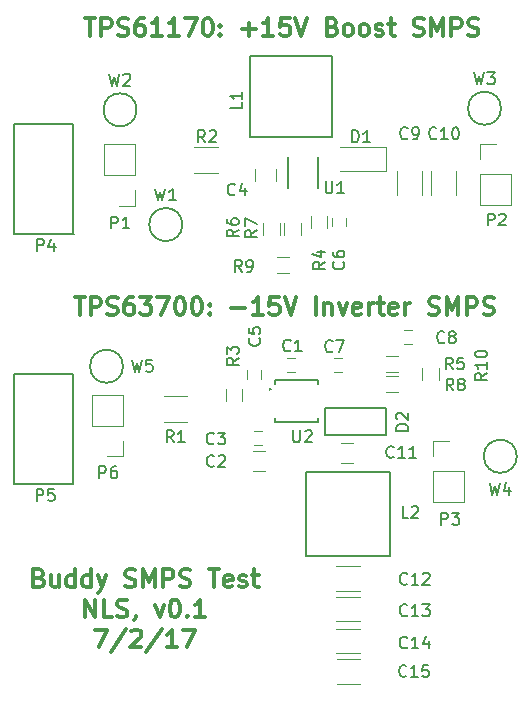
<source format=gbr>
G04 #@! TF.FileFunction,Legend,Top*
%FSLAX46Y46*%
G04 Gerber Fmt 4.6, Leading zero omitted, Abs format (unit mm)*
G04 Created by KiCad (PCBNEW 4.0.4-stable) date 07/27/17 22:09:25*
%MOMM*%
%LPD*%
G01*
G04 APERTURE LIST*
%ADD10C,0.100000*%
%ADD11C,0.300000*%
%ADD12C,0.120000*%
%ADD13C,0.150000*%
%ADD14C,0.152400*%
G04 APERTURE END LIST*
D10*
D11*
X84606929Y-120215357D02*
X84821215Y-120286786D01*
X84892643Y-120358214D01*
X84964072Y-120501071D01*
X84964072Y-120715357D01*
X84892643Y-120858214D01*
X84821215Y-120929643D01*
X84678357Y-121001071D01*
X84106929Y-121001071D01*
X84106929Y-119501071D01*
X84606929Y-119501071D01*
X84749786Y-119572500D01*
X84821215Y-119643929D01*
X84892643Y-119786786D01*
X84892643Y-119929643D01*
X84821215Y-120072500D01*
X84749786Y-120143929D01*
X84606929Y-120215357D01*
X84106929Y-120215357D01*
X86249786Y-120001071D02*
X86249786Y-121001071D01*
X85606929Y-120001071D02*
X85606929Y-120786786D01*
X85678357Y-120929643D01*
X85821215Y-121001071D01*
X86035500Y-121001071D01*
X86178357Y-120929643D01*
X86249786Y-120858214D01*
X87606929Y-121001071D02*
X87606929Y-119501071D01*
X87606929Y-120929643D02*
X87464072Y-121001071D01*
X87178358Y-121001071D01*
X87035500Y-120929643D01*
X86964072Y-120858214D01*
X86892643Y-120715357D01*
X86892643Y-120286786D01*
X86964072Y-120143929D01*
X87035500Y-120072500D01*
X87178358Y-120001071D01*
X87464072Y-120001071D01*
X87606929Y-120072500D01*
X88964072Y-121001071D02*
X88964072Y-119501071D01*
X88964072Y-120929643D02*
X88821215Y-121001071D01*
X88535501Y-121001071D01*
X88392643Y-120929643D01*
X88321215Y-120858214D01*
X88249786Y-120715357D01*
X88249786Y-120286786D01*
X88321215Y-120143929D01*
X88392643Y-120072500D01*
X88535501Y-120001071D01*
X88821215Y-120001071D01*
X88964072Y-120072500D01*
X89535501Y-120001071D02*
X89892644Y-121001071D01*
X90249786Y-120001071D02*
X89892644Y-121001071D01*
X89749786Y-121358214D01*
X89678358Y-121429643D01*
X89535501Y-121501071D01*
X91892643Y-120929643D02*
X92106929Y-121001071D01*
X92464072Y-121001071D01*
X92606929Y-120929643D01*
X92678358Y-120858214D01*
X92749786Y-120715357D01*
X92749786Y-120572500D01*
X92678358Y-120429643D01*
X92606929Y-120358214D01*
X92464072Y-120286786D01*
X92178358Y-120215357D01*
X92035500Y-120143929D01*
X91964072Y-120072500D01*
X91892643Y-119929643D01*
X91892643Y-119786786D01*
X91964072Y-119643929D01*
X92035500Y-119572500D01*
X92178358Y-119501071D01*
X92535500Y-119501071D01*
X92749786Y-119572500D01*
X93392643Y-121001071D02*
X93392643Y-119501071D01*
X93892643Y-120572500D01*
X94392643Y-119501071D01*
X94392643Y-121001071D01*
X95106929Y-121001071D02*
X95106929Y-119501071D01*
X95678357Y-119501071D01*
X95821215Y-119572500D01*
X95892643Y-119643929D01*
X95964072Y-119786786D01*
X95964072Y-120001071D01*
X95892643Y-120143929D01*
X95821215Y-120215357D01*
X95678357Y-120286786D01*
X95106929Y-120286786D01*
X96535500Y-120929643D02*
X96749786Y-121001071D01*
X97106929Y-121001071D01*
X97249786Y-120929643D01*
X97321215Y-120858214D01*
X97392643Y-120715357D01*
X97392643Y-120572500D01*
X97321215Y-120429643D01*
X97249786Y-120358214D01*
X97106929Y-120286786D01*
X96821215Y-120215357D01*
X96678357Y-120143929D01*
X96606929Y-120072500D01*
X96535500Y-119929643D01*
X96535500Y-119786786D01*
X96606929Y-119643929D01*
X96678357Y-119572500D01*
X96821215Y-119501071D01*
X97178357Y-119501071D01*
X97392643Y-119572500D01*
X98964071Y-119501071D02*
X99821214Y-119501071D01*
X99392643Y-121001071D02*
X99392643Y-119501071D01*
X100892642Y-120929643D02*
X100749785Y-121001071D01*
X100464071Y-121001071D01*
X100321214Y-120929643D01*
X100249785Y-120786786D01*
X100249785Y-120215357D01*
X100321214Y-120072500D01*
X100464071Y-120001071D01*
X100749785Y-120001071D01*
X100892642Y-120072500D01*
X100964071Y-120215357D01*
X100964071Y-120358214D01*
X100249785Y-120501071D01*
X101535499Y-120929643D02*
X101678356Y-121001071D01*
X101964071Y-121001071D01*
X102106928Y-120929643D01*
X102178356Y-120786786D01*
X102178356Y-120715357D01*
X102106928Y-120572500D01*
X101964071Y-120501071D01*
X101749785Y-120501071D01*
X101606928Y-120429643D01*
X101535499Y-120286786D01*
X101535499Y-120215357D01*
X101606928Y-120072500D01*
X101749785Y-120001071D01*
X101964071Y-120001071D01*
X102106928Y-120072500D01*
X102606928Y-120001071D02*
X103178357Y-120001071D01*
X102821214Y-119501071D02*
X102821214Y-120786786D01*
X102892642Y-120929643D01*
X103035500Y-121001071D01*
X103178357Y-121001071D01*
X88499786Y-123551071D02*
X88499786Y-122051071D01*
X89356929Y-123551071D01*
X89356929Y-122051071D01*
X90785501Y-123551071D02*
X90071215Y-123551071D01*
X90071215Y-122051071D01*
X91214072Y-123479643D02*
X91428358Y-123551071D01*
X91785501Y-123551071D01*
X91928358Y-123479643D01*
X91999787Y-123408214D01*
X92071215Y-123265357D01*
X92071215Y-123122500D01*
X91999787Y-122979643D01*
X91928358Y-122908214D01*
X91785501Y-122836786D01*
X91499787Y-122765357D01*
X91356929Y-122693929D01*
X91285501Y-122622500D01*
X91214072Y-122479643D01*
X91214072Y-122336786D01*
X91285501Y-122193929D01*
X91356929Y-122122500D01*
X91499787Y-122051071D01*
X91856929Y-122051071D01*
X92071215Y-122122500D01*
X92785500Y-123479643D02*
X92785500Y-123551071D01*
X92714072Y-123693929D01*
X92642643Y-123765357D01*
X94428358Y-122551071D02*
X94785501Y-123551071D01*
X95142643Y-122551071D01*
X95999786Y-122051071D02*
X96142643Y-122051071D01*
X96285500Y-122122500D01*
X96356929Y-122193929D01*
X96428358Y-122336786D01*
X96499786Y-122622500D01*
X96499786Y-122979643D01*
X96428358Y-123265357D01*
X96356929Y-123408214D01*
X96285500Y-123479643D01*
X96142643Y-123551071D01*
X95999786Y-123551071D01*
X95856929Y-123479643D01*
X95785500Y-123408214D01*
X95714072Y-123265357D01*
X95642643Y-122979643D01*
X95642643Y-122622500D01*
X95714072Y-122336786D01*
X95785500Y-122193929D01*
X95856929Y-122122500D01*
X95999786Y-122051071D01*
X97142643Y-123408214D02*
X97214071Y-123479643D01*
X97142643Y-123551071D01*
X97071214Y-123479643D01*
X97142643Y-123408214D01*
X97142643Y-123551071D01*
X98642643Y-123551071D02*
X97785500Y-123551071D01*
X98214072Y-123551071D02*
X98214072Y-122051071D01*
X98071215Y-122265357D01*
X97928357Y-122408214D01*
X97785500Y-122479643D01*
X89321215Y-124601071D02*
X90321215Y-124601071D01*
X89678358Y-126101071D01*
X91964071Y-124529643D02*
X90678357Y-126458214D01*
X92392643Y-124743929D02*
X92464072Y-124672500D01*
X92606929Y-124601071D01*
X92964072Y-124601071D01*
X93106929Y-124672500D01*
X93178358Y-124743929D01*
X93249786Y-124886786D01*
X93249786Y-125029643D01*
X93178358Y-125243929D01*
X92321215Y-126101071D01*
X93249786Y-126101071D01*
X94964071Y-124529643D02*
X93678357Y-126458214D01*
X96249786Y-126101071D02*
X95392643Y-126101071D01*
X95821215Y-126101071D02*
X95821215Y-124601071D01*
X95678358Y-124815357D01*
X95535500Y-124958214D01*
X95392643Y-125029643D01*
X96749786Y-124601071D02*
X97749786Y-124601071D01*
X97106929Y-126101071D01*
X87588574Y-96460571D02*
X88445717Y-96460571D01*
X88017146Y-97960571D02*
X88017146Y-96460571D01*
X88945717Y-97960571D02*
X88945717Y-96460571D01*
X89517145Y-96460571D01*
X89660003Y-96532000D01*
X89731431Y-96603429D01*
X89802860Y-96746286D01*
X89802860Y-96960571D01*
X89731431Y-97103429D01*
X89660003Y-97174857D01*
X89517145Y-97246286D01*
X88945717Y-97246286D01*
X90374288Y-97889143D02*
X90588574Y-97960571D01*
X90945717Y-97960571D01*
X91088574Y-97889143D01*
X91160003Y-97817714D01*
X91231431Y-97674857D01*
X91231431Y-97532000D01*
X91160003Y-97389143D01*
X91088574Y-97317714D01*
X90945717Y-97246286D01*
X90660003Y-97174857D01*
X90517145Y-97103429D01*
X90445717Y-97032000D01*
X90374288Y-96889143D01*
X90374288Y-96746286D01*
X90445717Y-96603429D01*
X90517145Y-96532000D01*
X90660003Y-96460571D01*
X91017145Y-96460571D01*
X91231431Y-96532000D01*
X92517145Y-96460571D02*
X92231431Y-96460571D01*
X92088574Y-96532000D01*
X92017145Y-96603429D01*
X91874288Y-96817714D01*
X91802859Y-97103429D01*
X91802859Y-97674857D01*
X91874288Y-97817714D01*
X91945716Y-97889143D01*
X92088574Y-97960571D01*
X92374288Y-97960571D01*
X92517145Y-97889143D01*
X92588574Y-97817714D01*
X92660002Y-97674857D01*
X92660002Y-97317714D01*
X92588574Y-97174857D01*
X92517145Y-97103429D01*
X92374288Y-97032000D01*
X92088574Y-97032000D01*
X91945716Y-97103429D01*
X91874288Y-97174857D01*
X91802859Y-97317714D01*
X93160002Y-96460571D02*
X94088573Y-96460571D01*
X93588573Y-97032000D01*
X93802859Y-97032000D01*
X93945716Y-97103429D01*
X94017145Y-97174857D01*
X94088573Y-97317714D01*
X94088573Y-97674857D01*
X94017145Y-97817714D01*
X93945716Y-97889143D01*
X93802859Y-97960571D01*
X93374287Y-97960571D01*
X93231430Y-97889143D01*
X93160002Y-97817714D01*
X94588573Y-96460571D02*
X95588573Y-96460571D01*
X94945716Y-97960571D01*
X96445715Y-96460571D02*
X96588572Y-96460571D01*
X96731429Y-96532000D01*
X96802858Y-96603429D01*
X96874287Y-96746286D01*
X96945715Y-97032000D01*
X96945715Y-97389143D01*
X96874287Y-97674857D01*
X96802858Y-97817714D01*
X96731429Y-97889143D01*
X96588572Y-97960571D01*
X96445715Y-97960571D01*
X96302858Y-97889143D01*
X96231429Y-97817714D01*
X96160001Y-97674857D01*
X96088572Y-97389143D01*
X96088572Y-97032000D01*
X96160001Y-96746286D01*
X96231429Y-96603429D01*
X96302858Y-96532000D01*
X96445715Y-96460571D01*
X97874286Y-96460571D02*
X98017143Y-96460571D01*
X98160000Y-96532000D01*
X98231429Y-96603429D01*
X98302858Y-96746286D01*
X98374286Y-97032000D01*
X98374286Y-97389143D01*
X98302858Y-97674857D01*
X98231429Y-97817714D01*
X98160000Y-97889143D01*
X98017143Y-97960571D01*
X97874286Y-97960571D01*
X97731429Y-97889143D01*
X97660000Y-97817714D01*
X97588572Y-97674857D01*
X97517143Y-97389143D01*
X97517143Y-97032000D01*
X97588572Y-96746286D01*
X97660000Y-96603429D01*
X97731429Y-96532000D01*
X97874286Y-96460571D01*
X99017143Y-97817714D02*
X99088571Y-97889143D01*
X99017143Y-97960571D01*
X98945714Y-97889143D01*
X99017143Y-97817714D01*
X99017143Y-97960571D01*
X99017143Y-97032000D02*
X99088571Y-97103429D01*
X99017143Y-97174857D01*
X98945714Y-97103429D01*
X99017143Y-97032000D01*
X99017143Y-97174857D01*
X100874286Y-97389143D02*
X102017143Y-97389143D01*
X103517143Y-97960571D02*
X102660000Y-97960571D01*
X103088572Y-97960571D02*
X103088572Y-96460571D01*
X102945715Y-96674857D01*
X102802857Y-96817714D01*
X102660000Y-96889143D01*
X104874286Y-96460571D02*
X104160000Y-96460571D01*
X104088571Y-97174857D01*
X104160000Y-97103429D01*
X104302857Y-97032000D01*
X104660000Y-97032000D01*
X104802857Y-97103429D01*
X104874286Y-97174857D01*
X104945714Y-97317714D01*
X104945714Y-97674857D01*
X104874286Y-97817714D01*
X104802857Y-97889143D01*
X104660000Y-97960571D01*
X104302857Y-97960571D01*
X104160000Y-97889143D01*
X104088571Y-97817714D01*
X105374285Y-96460571D02*
X105874285Y-97960571D01*
X106374285Y-96460571D01*
X108017142Y-97960571D02*
X108017142Y-96460571D01*
X108731428Y-96960571D02*
X108731428Y-97960571D01*
X108731428Y-97103429D02*
X108802856Y-97032000D01*
X108945714Y-96960571D01*
X109159999Y-96960571D01*
X109302856Y-97032000D01*
X109374285Y-97174857D01*
X109374285Y-97960571D01*
X109945714Y-96960571D02*
X110302857Y-97960571D01*
X110659999Y-96960571D01*
X111802856Y-97889143D02*
X111659999Y-97960571D01*
X111374285Y-97960571D01*
X111231428Y-97889143D01*
X111159999Y-97746286D01*
X111159999Y-97174857D01*
X111231428Y-97032000D01*
X111374285Y-96960571D01*
X111659999Y-96960571D01*
X111802856Y-97032000D01*
X111874285Y-97174857D01*
X111874285Y-97317714D01*
X111159999Y-97460571D01*
X112517142Y-97960571D02*
X112517142Y-96960571D01*
X112517142Y-97246286D02*
X112588570Y-97103429D01*
X112659999Y-97032000D01*
X112802856Y-96960571D01*
X112945713Y-96960571D01*
X113231427Y-96960571D02*
X113802856Y-96960571D01*
X113445713Y-96460571D02*
X113445713Y-97746286D01*
X113517141Y-97889143D01*
X113659999Y-97960571D01*
X113802856Y-97960571D01*
X114874284Y-97889143D02*
X114731427Y-97960571D01*
X114445713Y-97960571D01*
X114302856Y-97889143D01*
X114231427Y-97746286D01*
X114231427Y-97174857D01*
X114302856Y-97032000D01*
X114445713Y-96960571D01*
X114731427Y-96960571D01*
X114874284Y-97032000D01*
X114945713Y-97174857D01*
X114945713Y-97317714D01*
X114231427Y-97460571D01*
X115588570Y-97960571D02*
X115588570Y-96960571D01*
X115588570Y-97246286D02*
X115659998Y-97103429D01*
X115731427Y-97032000D01*
X115874284Y-96960571D01*
X116017141Y-96960571D01*
X117588569Y-97889143D02*
X117802855Y-97960571D01*
X118159998Y-97960571D01*
X118302855Y-97889143D01*
X118374284Y-97817714D01*
X118445712Y-97674857D01*
X118445712Y-97532000D01*
X118374284Y-97389143D01*
X118302855Y-97317714D01*
X118159998Y-97246286D01*
X117874284Y-97174857D01*
X117731426Y-97103429D01*
X117659998Y-97032000D01*
X117588569Y-96889143D01*
X117588569Y-96746286D01*
X117659998Y-96603429D01*
X117731426Y-96532000D01*
X117874284Y-96460571D01*
X118231426Y-96460571D01*
X118445712Y-96532000D01*
X119088569Y-97960571D02*
X119088569Y-96460571D01*
X119588569Y-97532000D01*
X120088569Y-96460571D01*
X120088569Y-97960571D01*
X120802855Y-97960571D02*
X120802855Y-96460571D01*
X121374283Y-96460571D01*
X121517141Y-96532000D01*
X121588569Y-96603429D01*
X121659998Y-96746286D01*
X121659998Y-96960571D01*
X121588569Y-97103429D01*
X121517141Y-97174857D01*
X121374283Y-97246286D01*
X120802855Y-97246286D01*
X122231426Y-97889143D02*
X122445712Y-97960571D01*
X122802855Y-97960571D01*
X122945712Y-97889143D01*
X123017141Y-97817714D01*
X123088569Y-97674857D01*
X123088569Y-97532000D01*
X123017141Y-97389143D01*
X122945712Y-97317714D01*
X122802855Y-97246286D01*
X122517141Y-97174857D01*
X122374283Y-97103429D01*
X122302855Y-97032000D01*
X122231426Y-96889143D01*
X122231426Y-96746286D01*
X122302855Y-96603429D01*
X122374283Y-96532000D01*
X122517141Y-96460571D01*
X122874283Y-96460571D01*
X123088569Y-96532000D01*
X88505216Y-72838571D02*
X89362359Y-72838571D01*
X88933788Y-74338571D02*
X88933788Y-72838571D01*
X89862359Y-74338571D02*
X89862359Y-72838571D01*
X90433787Y-72838571D01*
X90576645Y-72910000D01*
X90648073Y-72981429D01*
X90719502Y-73124286D01*
X90719502Y-73338571D01*
X90648073Y-73481429D01*
X90576645Y-73552857D01*
X90433787Y-73624286D01*
X89862359Y-73624286D01*
X91290930Y-74267143D02*
X91505216Y-74338571D01*
X91862359Y-74338571D01*
X92005216Y-74267143D01*
X92076645Y-74195714D01*
X92148073Y-74052857D01*
X92148073Y-73910000D01*
X92076645Y-73767143D01*
X92005216Y-73695714D01*
X91862359Y-73624286D01*
X91576645Y-73552857D01*
X91433787Y-73481429D01*
X91362359Y-73410000D01*
X91290930Y-73267143D01*
X91290930Y-73124286D01*
X91362359Y-72981429D01*
X91433787Y-72910000D01*
X91576645Y-72838571D01*
X91933787Y-72838571D01*
X92148073Y-72910000D01*
X93433787Y-72838571D02*
X93148073Y-72838571D01*
X93005216Y-72910000D01*
X92933787Y-72981429D01*
X92790930Y-73195714D01*
X92719501Y-73481429D01*
X92719501Y-74052857D01*
X92790930Y-74195714D01*
X92862358Y-74267143D01*
X93005216Y-74338571D01*
X93290930Y-74338571D01*
X93433787Y-74267143D01*
X93505216Y-74195714D01*
X93576644Y-74052857D01*
X93576644Y-73695714D01*
X93505216Y-73552857D01*
X93433787Y-73481429D01*
X93290930Y-73410000D01*
X93005216Y-73410000D01*
X92862358Y-73481429D01*
X92790930Y-73552857D01*
X92719501Y-73695714D01*
X95005215Y-74338571D02*
X94148072Y-74338571D01*
X94576644Y-74338571D02*
X94576644Y-72838571D01*
X94433787Y-73052857D01*
X94290929Y-73195714D01*
X94148072Y-73267143D01*
X96433786Y-74338571D02*
X95576643Y-74338571D01*
X96005215Y-74338571D02*
X96005215Y-72838571D01*
X95862358Y-73052857D01*
X95719500Y-73195714D01*
X95576643Y-73267143D01*
X96933786Y-72838571D02*
X97933786Y-72838571D01*
X97290929Y-74338571D01*
X98790928Y-72838571D02*
X98933785Y-72838571D01*
X99076642Y-72910000D01*
X99148071Y-72981429D01*
X99219500Y-73124286D01*
X99290928Y-73410000D01*
X99290928Y-73767143D01*
X99219500Y-74052857D01*
X99148071Y-74195714D01*
X99076642Y-74267143D01*
X98933785Y-74338571D01*
X98790928Y-74338571D01*
X98648071Y-74267143D01*
X98576642Y-74195714D01*
X98505214Y-74052857D01*
X98433785Y-73767143D01*
X98433785Y-73410000D01*
X98505214Y-73124286D01*
X98576642Y-72981429D01*
X98648071Y-72910000D01*
X98790928Y-72838571D01*
X99933785Y-74195714D02*
X100005213Y-74267143D01*
X99933785Y-74338571D01*
X99862356Y-74267143D01*
X99933785Y-74195714D01*
X99933785Y-74338571D01*
X99933785Y-73410000D02*
X100005213Y-73481429D01*
X99933785Y-73552857D01*
X99862356Y-73481429D01*
X99933785Y-73410000D01*
X99933785Y-73552857D01*
X101790928Y-73767143D02*
X102933785Y-73767143D01*
X102362356Y-74338571D02*
X102362356Y-73195714D01*
X104433785Y-74338571D02*
X103576642Y-74338571D01*
X104005214Y-74338571D02*
X104005214Y-72838571D01*
X103862357Y-73052857D01*
X103719499Y-73195714D01*
X103576642Y-73267143D01*
X105790928Y-72838571D02*
X105076642Y-72838571D01*
X105005213Y-73552857D01*
X105076642Y-73481429D01*
X105219499Y-73410000D01*
X105576642Y-73410000D01*
X105719499Y-73481429D01*
X105790928Y-73552857D01*
X105862356Y-73695714D01*
X105862356Y-74052857D01*
X105790928Y-74195714D01*
X105719499Y-74267143D01*
X105576642Y-74338571D01*
X105219499Y-74338571D01*
X105076642Y-74267143D01*
X105005213Y-74195714D01*
X106290927Y-72838571D02*
X106790927Y-74338571D01*
X107290927Y-72838571D01*
X109433784Y-73552857D02*
X109648070Y-73624286D01*
X109719498Y-73695714D01*
X109790927Y-73838571D01*
X109790927Y-74052857D01*
X109719498Y-74195714D01*
X109648070Y-74267143D01*
X109505212Y-74338571D01*
X108933784Y-74338571D01*
X108933784Y-72838571D01*
X109433784Y-72838571D01*
X109576641Y-72910000D01*
X109648070Y-72981429D01*
X109719498Y-73124286D01*
X109719498Y-73267143D01*
X109648070Y-73410000D01*
X109576641Y-73481429D01*
X109433784Y-73552857D01*
X108933784Y-73552857D01*
X110648070Y-74338571D02*
X110505212Y-74267143D01*
X110433784Y-74195714D01*
X110362355Y-74052857D01*
X110362355Y-73624286D01*
X110433784Y-73481429D01*
X110505212Y-73410000D01*
X110648070Y-73338571D01*
X110862355Y-73338571D01*
X111005212Y-73410000D01*
X111076641Y-73481429D01*
X111148070Y-73624286D01*
X111148070Y-74052857D01*
X111076641Y-74195714D01*
X111005212Y-74267143D01*
X110862355Y-74338571D01*
X110648070Y-74338571D01*
X112005213Y-74338571D02*
X111862355Y-74267143D01*
X111790927Y-74195714D01*
X111719498Y-74052857D01*
X111719498Y-73624286D01*
X111790927Y-73481429D01*
X111862355Y-73410000D01*
X112005213Y-73338571D01*
X112219498Y-73338571D01*
X112362355Y-73410000D01*
X112433784Y-73481429D01*
X112505213Y-73624286D01*
X112505213Y-74052857D01*
X112433784Y-74195714D01*
X112362355Y-74267143D01*
X112219498Y-74338571D01*
X112005213Y-74338571D01*
X113076641Y-74267143D02*
X113219498Y-74338571D01*
X113505213Y-74338571D01*
X113648070Y-74267143D01*
X113719498Y-74124286D01*
X113719498Y-74052857D01*
X113648070Y-73910000D01*
X113505213Y-73838571D01*
X113290927Y-73838571D01*
X113148070Y-73767143D01*
X113076641Y-73624286D01*
X113076641Y-73552857D01*
X113148070Y-73410000D01*
X113290927Y-73338571D01*
X113505213Y-73338571D01*
X113648070Y-73410000D01*
X114148070Y-73338571D02*
X114719499Y-73338571D01*
X114362356Y-72838571D02*
X114362356Y-74124286D01*
X114433784Y-74267143D01*
X114576642Y-74338571D01*
X114719499Y-74338571D01*
X116290927Y-74267143D02*
X116505213Y-74338571D01*
X116862356Y-74338571D01*
X117005213Y-74267143D01*
X117076642Y-74195714D01*
X117148070Y-74052857D01*
X117148070Y-73910000D01*
X117076642Y-73767143D01*
X117005213Y-73695714D01*
X116862356Y-73624286D01*
X116576642Y-73552857D01*
X116433784Y-73481429D01*
X116362356Y-73410000D01*
X116290927Y-73267143D01*
X116290927Y-73124286D01*
X116362356Y-72981429D01*
X116433784Y-72910000D01*
X116576642Y-72838571D01*
X116933784Y-72838571D01*
X117148070Y-72910000D01*
X117790927Y-74338571D02*
X117790927Y-72838571D01*
X118290927Y-73910000D01*
X118790927Y-72838571D01*
X118790927Y-74338571D01*
X119505213Y-74338571D02*
X119505213Y-72838571D01*
X120076641Y-72838571D01*
X120219499Y-72910000D01*
X120290927Y-72981429D01*
X120362356Y-73124286D01*
X120362356Y-73338571D01*
X120290927Y-73481429D01*
X120219499Y-73552857D01*
X120076641Y-73624286D01*
X119505213Y-73624286D01*
X120933784Y-74267143D02*
X121148070Y-74338571D01*
X121505213Y-74338571D01*
X121648070Y-74267143D01*
X121719499Y-74195714D01*
X121790927Y-74052857D01*
X121790927Y-73910000D01*
X121719499Y-73767143D01*
X121648070Y-73695714D01*
X121505213Y-73624286D01*
X121219499Y-73552857D01*
X121076641Y-73481429D01*
X121005213Y-73410000D01*
X120933784Y-73267143D01*
X120933784Y-73124286D01*
X121005213Y-72981429D01*
X121076641Y-72910000D01*
X121219499Y-72838571D01*
X121576641Y-72838571D01*
X121790927Y-72910000D01*
D12*
X105568000Y-101571500D02*
X106268000Y-101571500D01*
X106268000Y-102771500D02*
X105568000Y-102771500D01*
X103687500Y-109449500D02*
X102687500Y-109449500D01*
X102687500Y-111149500D02*
X103687500Y-111149500D01*
X102774000Y-107794500D02*
X103474000Y-107794500D01*
X103474000Y-108994500D02*
X102774000Y-108994500D01*
X104609000Y-86586000D02*
X104609000Y-85586000D01*
X102909000Y-85586000D02*
X102909000Y-86586000D01*
X102206500Y-103347000D02*
X102206500Y-102647000D01*
X103406500Y-102647000D02*
X103406500Y-103347000D01*
X109382000Y-90456500D02*
X109382000Y-89756500D01*
X110582000Y-89756500D02*
X110582000Y-90456500D01*
X110268500Y-102771500D02*
X109568500Y-102771500D01*
X109568500Y-101571500D02*
X110268500Y-101571500D01*
X115474000Y-99222000D02*
X116174000Y-99222000D01*
X116174000Y-100422000D02*
X115474000Y-100422000D01*
X114881000Y-87804500D02*
X114881000Y-85804500D01*
X117021000Y-85804500D02*
X117021000Y-87804500D01*
X117738500Y-87804500D02*
X117738500Y-85804500D01*
X119878500Y-85804500D02*
X119878500Y-87804500D01*
X110180500Y-110451000D02*
X111180500Y-110451000D01*
X111180500Y-108751000D02*
X110180500Y-108751000D01*
X109744000Y-121289000D02*
X111744000Y-121289000D01*
X111744000Y-119249000D02*
X109744000Y-119249000D01*
X109744000Y-123892500D02*
X111744000Y-123892500D01*
X111744000Y-121852500D02*
X109744000Y-121852500D01*
X109744000Y-126559500D02*
X111744000Y-126559500D01*
X111744000Y-124519500D02*
X109744000Y-124519500D01*
X109775500Y-129163000D02*
X111775500Y-129163000D01*
X111775500Y-127123000D02*
X109775500Y-127123000D01*
X113946500Y-85772500D02*
X113946500Y-83772500D01*
X113946500Y-83772500D02*
X110046500Y-83772500D01*
X113946500Y-85772500D02*
X110046500Y-85772500D01*
D13*
X102409100Y-76009500D02*
X109368700Y-76009500D01*
X102409100Y-82918300D02*
X102409100Y-76009500D01*
X109394100Y-82918300D02*
X102409100Y-82918300D01*
X109394100Y-76038500D02*
X109394100Y-82918300D01*
X107188000Y-118338600D02*
X107188000Y-111226600D01*
X114325400Y-118338600D02*
X107188000Y-118338600D01*
X114325400Y-111226600D02*
X114325400Y-118338600D01*
X107211200Y-111226600D02*
X114325400Y-111226600D01*
D12*
X100412000Y-105211500D02*
X100412000Y-104211500D01*
X101772000Y-104211500D02*
X101772000Y-105211500D01*
X107587500Y-90606500D02*
X107587500Y-89606500D01*
X108947500Y-89606500D02*
X108947500Y-90606500D01*
X113990500Y-101428000D02*
X114990500Y-101428000D01*
X114990500Y-102788000D02*
X113990500Y-102788000D01*
X103587000Y-91178000D02*
X103587000Y-90178000D01*
X104947000Y-90178000D02*
X104947000Y-91178000D01*
X106725000Y-90178000D02*
X106725000Y-91178000D01*
X105365000Y-91178000D02*
X105365000Y-90178000D01*
X114990500Y-104502500D02*
X113990500Y-104502500D01*
X113990500Y-103142500D02*
X114990500Y-103142500D01*
X104719500Y-93046000D02*
X105719500Y-93046000D01*
X105719500Y-94406000D02*
X104719500Y-94406000D01*
X118409000Y-102433500D02*
X118409000Y-103433500D01*
X117049000Y-103433500D02*
X117049000Y-102433500D01*
D13*
X108788200Y-108077000D02*
X108788200Y-105791000D01*
X113919000Y-108077000D02*
X108788200Y-108077000D01*
X113919000Y-105791000D02*
X113919000Y-108077000D01*
X108813600Y-105791000D02*
X113919000Y-105791000D01*
X96713500Y-90297000D02*
G75*
G03X96713500Y-90297000I-1400000J0D01*
G01*
X92840000Y-80581500D02*
G75*
G03X92840000Y-80581500I-1400000J0D01*
G01*
X123701000Y-80454500D02*
G75*
G03X123701000Y-80454500I-1400000J0D01*
G01*
X125034500Y-109918500D02*
G75*
G03X125034500Y-109918500I-1400000J0D01*
G01*
D12*
X95139000Y-104848000D02*
X97139000Y-104848000D01*
X97139000Y-106988000D02*
X95139000Y-106988000D01*
X97742500Y-83766000D02*
X99742500Y-83766000D01*
X99742500Y-85906000D02*
X97742500Y-85906000D01*
X92706500Y-86106000D02*
X92706500Y-83506000D01*
X92706500Y-83506000D02*
X90046500Y-83506000D01*
X90046500Y-83506000D02*
X90046500Y-86106000D01*
X90046500Y-86106000D02*
X92706500Y-86106000D01*
X92706500Y-87376000D02*
X92706500Y-88706000D01*
X92706500Y-88706000D02*
X91376500Y-88706000D01*
X121923500Y-86042500D02*
X121923500Y-88642500D01*
X121923500Y-88642500D02*
X124583500Y-88642500D01*
X124583500Y-88642500D02*
X124583500Y-86042500D01*
X124583500Y-86042500D02*
X121923500Y-86042500D01*
X121923500Y-84772500D02*
X121923500Y-83442500D01*
X121923500Y-83442500D02*
X123253500Y-83442500D01*
X117923000Y-111188500D02*
X117923000Y-113788500D01*
X117923000Y-113788500D02*
X120583000Y-113788500D01*
X120583000Y-113788500D02*
X120583000Y-111188500D01*
X120583000Y-111188500D02*
X117923000Y-111188500D01*
X117923000Y-109918500D02*
X117923000Y-108588500D01*
X117923000Y-108588500D02*
X119253000Y-108588500D01*
D13*
X87499000Y-81800700D02*
X87499000Y-91109800D01*
X87079900Y-81813400D02*
X87473600Y-81813400D01*
X87511700Y-91135200D02*
X82457100Y-91135200D01*
X82457100Y-91135200D02*
X82457100Y-81889600D01*
X82482500Y-81813400D02*
X87181500Y-81813400D01*
X87464900Y-102946200D02*
X87464900Y-112255300D01*
X87045800Y-102958900D02*
X87439500Y-102958900D01*
X87477600Y-112280700D02*
X82423000Y-112280700D01*
X82423000Y-112280700D02*
X82423000Y-103035100D01*
X82448400Y-102958900D02*
X87147400Y-102958900D01*
D12*
X91690500Y-107315000D02*
X91690500Y-104715000D01*
X91690500Y-104715000D02*
X89030500Y-104715000D01*
X89030500Y-104715000D02*
X89030500Y-107315000D01*
X89030500Y-107315000D02*
X91690500Y-107315000D01*
X91690500Y-108585000D02*
X91690500Y-109915000D01*
X91690500Y-109915000D02*
X90360500Y-109915000D01*
D13*
X91697000Y-102298500D02*
G75*
G03X91697000Y-102298500I-1400000J0D01*
G01*
D14*
X108242100Y-87189600D02*
X108242100Y-84573400D01*
X105625900Y-84573400D02*
X105625900Y-87189600D01*
X104573002Y-107036199D02*
X108181000Y-107036199D01*
X108181000Y-107036199D02*
X108181000Y-106704941D01*
X108181000Y-103428201D02*
X104573002Y-103428201D01*
X104573002Y-103428201D02*
X104573002Y-103759459D01*
X104573002Y-106704941D02*
X104573002Y-107036199D01*
X108181000Y-103759459D02*
X108181000Y-103428201D01*
X104088857Y-104299065D02*
G75*
G03X104125401Y-104156000I36544J66865D01*
G01*
D13*
X105878334Y-100941143D02*
X105830715Y-100988762D01*
X105687858Y-101036381D01*
X105592620Y-101036381D01*
X105449762Y-100988762D01*
X105354524Y-100893524D01*
X105306905Y-100798286D01*
X105259286Y-100607810D01*
X105259286Y-100464952D01*
X105306905Y-100274476D01*
X105354524Y-100179238D01*
X105449762Y-100084000D01*
X105592620Y-100036381D01*
X105687858Y-100036381D01*
X105830715Y-100084000D01*
X105878334Y-100131619D01*
X106830715Y-101036381D02*
X106259286Y-101036381D01*
X106545000Y-101036381D02*
X106545000Y-100036381D01*
X106449762Y-100179238D01*
X106354524Y-100274476D01*
X106259286Y-100322095D01*
X99401334Y-110720143D02*
X99353715Y-110767762D01*
X99210858Y-110815381D01*
X99115620Y-110815381D01*
X98972762Y-110767762D01*
X98877524Y-110672524D01*
X98829905Y-110577286D01*
X98782286Y-110386810D01*
X98782286Y-110243952D01*
X98829905Y-110053476D01*
X98877524Y-109958238D01*
X98972762Y-109863000D01*
X99115620Y-109815381D01*
X99210858Y-109815381D01*
X99353715Y-109863000D01*
X99401334Y-109910619D01*
X99782286Y-109910619D02*
X99829905Y-109863000D01*
X99925143Y-109815381D01*
X100163239Y-109815381D01*
X100258477Y-109863000D01*
X100306096Y-109910619D01*
X100353715Y-110005857D01*
X100353715Y-110101095D01*
X100306096Y-110243952D01*
X99734667Y-110815381D01*
X100353715Y-110815381D01*
X99401334Y-108815143D02*
X99353715Y-108862762D01*
X99210858Y-108910381D01*
X99115620Y-108910381D01*
X98972762Y-108862762D01*
X98877524Y-108767524D01*
X98829905Y-108672286D01*
X98782286Y-108481810D01*
X98782286Y-108338952D01*
X98829905Y-108148476D01*
X98877524Y-108053238D01*
X98972762Y-107958000D01*
X99115620Y-107910381D01*
X99210858Y-107910381D01*
X99353715Y-107958000D01*
X99401334Y-108005619D01*
X99734667Y-107910381D02*
X100353715Y-107910381D01*
X100020381Y-108291333D01*
X100163239Y-108291333D01*
X100258477Y-108338952D01*
X100306096Y-108386571D01*
X100353715Y-108481810D01*
X100353715Y-108719905D01*
X100306096Y-108815143D01*
X100258477Y-108862762D01*
X100163239Y-108910381D01*
X99877524Y-108910381D01*
X99782286Y-108862762D01*
X99734667Y-108815143D01*
X101179334Y-87733143D02*
X101131715Y-87780762D01*
X100988858Y-87828381D01*
X100893620Y-87828381D01*
X100750762Y-87780762D01*
X100655524Y-87685524D01*
X100607905Y-87590286D01*
X100560286Y-87399810D01*
X100560286Y-87256952D01*
X100607905Y-87066476D01*
X100655524Y-86971238D01*
X100750762Y-86876000D01*
X100893620Y-86828381D01*
X100988858Y-86828381D01*
X101131715Y-86876000D01*
X101179334Y-86923619D01*
X102036477Y-87161714D02*
X102036477Y-87828381D01*
X101798381Y-86780762D02*
X101560286Y-87495048D01*
X102179334Y-87495048D01*
X103227143Y-99922666D02*
X103274762Y-99970285D01*
X103322381Y-100113142D01*
X103322381Y-100208380D01*
X103274762Y-100351238D01*
X103179524Y-100446476D01*
X103084286Y-100494095D01*
X102893810Y-100541714D01*
X102750952Y-100541714D01*
X102560476Y-100494095D01*
X102465238Y-100446476D01*
X102370000Y-100351238D01*
X102322381Y-100208380D01*
X102322381Y-100113142D01*
X102370000Y-99970285D01*
X102417619Y-99922666D01*
X102322381Y-99017904D02*
X102322381Y-99494095D01*
X102798571Y-99541714D01*
X102750952Y-99494095D01*
X102703333Y-99398857D01*
X102703333Y-99160761D01*
X102750952Y-99065523D01*
X102798571Y-99017904D01*
X102893810Y-98970285D01*
X103131905Y-98970285D01*
X103227143Y-99017904D01*
X103274762Y-99065523D01*
X103322381Y-99160761D01*
X103322381Y-99398857D01*
X103274762Y-99494095D01*
X103227143Y-99541714D01*
X110339143Y-93448166D02*
X110386762Y-93495785D01*
X110434381Y-93638642D01*
X110434381Y-93733880D01*
X110386762Y-93876738D01*
X110291524Y-93971976D01*
X110196286Y-94019595D01*
X110005810Y-94067214D01*
X109862952Y-94067214D01*
X109672476Y-94019595D01*
X109577238Y-93971976D01*
X109482000Y-93876738D01*
X109434381Y-93733880D01*
X109434381Y-93638642D01*
X109482000Y-93495785D01*
X109529619Y-93448166D01*
X109434381Y-92591023D02*
X109434381Y-92781500D01*
X109482000Y-92876738D01*
X109529619Y-92924357D01*
X109672476Y-93019595D01*
X109862952Y-93067214D01*
X110243905Y-93067214D01*
X110339143Y-93019595D01*
X110386762Y-92971976D01*
X110434381Y-92876738D01*
X110434381Y-92686261D01*
X110386762Y-92591023D01*
X110339143Y-92543404D01*
X110243905Y-92495785D01*
X110005810Y-92495785D01*
X109910571Y-92543404D01*
X109862952Y-92591023D01*
X109815333Y-92686261D01*
X109815333Y-92876738D01*
X109862952Y-92971976D01*
X109910571Y-93019595D01*
X110005810Y-93067214D01*
X109434334Y-101004643D02*
X109386715Y-101052262D01*
X109243858Y-101099881D01*
X109148620Y-101099881D01*
X109005762Y-101052262D01*
X108910524Y-100957024D01*
X108862905Y-100861786D01*
X108815286Y-100671310D01*
X108815286Y-100528452D01*
X108862905Y-100337976D01*
X108910524Y-100242738D01*
X109005762Y-100147500D01*
X109148620Y-100099881D01*
X109243858Y-100099881D01*
X109386715Y-100147500D01*
X109434334Y-100195119D01*
X109767667Y-100099881D02*
X110434334Y-100099881D01*
X110005762Y-101099881D01*
X118895834Y-100242643D02*
X118848215Y-100290262D01*
X118705358Y-100337881D01*
X118610120Y-100337881D01*
X118467262Y-100290262D01*
X118372024Y-100195024D01*
X118324405Y-100099786D01*
X118276786Y-99909310D01*
X118276786Y-99766452D01*
X118324405Y-99575976D01*
X118372024Y-99480738D01*
X118467262Y-99385500D01*
X118610120Y-99337881D01*
X118705358Y-99337881D01*
X118848215Y-99385500D01*
X118895834Y-99433119D01*
X119467262Y-99766452D02*
X119372024Y-99718833D01*
X119324405Y-99671214D01*
X119276786Y-99575976D01*
X119276786Y-99528357D01*
X119324405Y-99433119D01*
X119372024Y-99385500D01*
X119467262Y-99337881D01*
X119657739Y-99337881D01*
X119752977Y-99385500D01*
X119800596Y-99433119D01*
X119848215Y-99528357D01*
X119848215Y-99575976D01*
X119800596Y-99671214D01*
X119752977Y-99718833D01*
X119657739Y-99766452D01*
X119467262Y-99766452D01*
X119372024Y-99814071D01*
X119324405Y-99861690D01*
X119276786Y-99956929D01*
X119276786Y-100147405D01*
X119324405Y-100242643D01*
X119372024Y-100290262D01*
X119467262Y-100337881D01*
X119657739Y-100337881D01*
X119752977Y-100290262D01*
X119800596Y-100242643D01*
X119848215Y-100147405D01*
X119848215Y-99956929D01*
X119800596Y-99861690D01*
X119752977Y-99814071D01*
X119657739Y-99766452D01*
X115784334Y-82970643D02*
X115736715Y-83018262D01*
X115593858Y-83065881D01*
X115498620Y-83065881D01*
X115355762Y-83018262D01*
X115260524Y-82923024D01*
X115212905Y-82827786D01*
X115165286Y-82637310D01*
X115165286Y-82494452D01*
X115212905Y-82303976D01*
X115260524Y-82208738D01*
X115355762Y-82113500D01*
X115498620Y-82065881D01*
X115593858Y-82065881D01*
X115736715Y-82113500D01*
X115784334Y-82161119D01*
X116260524Y-83065881D02*
X116451000Y-83065881D01*
X116546239Y-83018262D01*
X116593858Y-82970643D01*
X116689096Y-82827786D01*
X116736715Y-82637310D01*
X116736715Y-82256357D01*
X116689096Y-82161119D01*
X116641477Y-82113500D01*
X116546239Y-82065881D01*
X116355762Y-82065881D01*
X116260524Y-82113500D01*
X116212905Y-82161119D01*
X116165286Y-82256357D01*
X116165286Y-82494452D01*
X116212905Y-82589690D01*
X116260524Y-82637310D01*
X116355762Y-82684929D01*
X116546239Y-82684929D01*
X116641477Y-82637310D01*
X116689096Y-82589690D01*
X116736715Y-82494452D01*
X118229143Y-82970643D02*
X118181524Y-83018262D01*
X118038667Y-83065881D01*
X117943429Y-83065881D01*
X117800571Y-83018262D01*
X117705333Y-82923024D01*
X117657714Y-82827786D01*
X117610095Y-82637310D01*
X117610095Y-82494452D01*
X117657714Y-82303976D01*
X117705333Y-82208738D01*
X117800571Y-82113500D01*
X117943429Y-82065881D01*
X118038667Y-82065881D01*
X118181524Y-82113500D01*
X118229143Y-82161119D01*
X119181524Y-83065881D02*
X118610095Y-83065881D01*
X118895809Y-83065881D02*
X118895809Y-82065881D01*
X118800571Y-82208738D01*
X118705333Y-82303976D01*
X118610095Y-82351595D01*
X119800571Y-82065881D02*
X119895810Y-82065881D01*
X119991048Y-82113500D01*
X120038667Y-82161119D01*
X120086286Y-82256357D01*
X120133905Y-82446833D01*
X120133905Y-82684929D01*
X120086286Y-82875405D01*
X120038667Y-82970643D01*
X119991048Y-83018262D01*
X119895810Y-83065881D01*
X119800571Y-83065881D01*
X119705333Y-83018262D01*
X119657714Y-82970643D01*
X119610095Y-82875405D01*
X119562476Y-82684929D01*
X119562476Y-82446833D01*
X119610095Y-82256357D01*
X119657714Y-82161119D01*
X119705333Y-82113500D01*
X119800571Y-82065881D01*
X114609643Y-109958143D02*
X114562024Y-110005762D01*
X114419167Y-110053381D01*
X114323929Y-110053381D01*
X114181071Y-110005762D01*
X114085833Y-109910524D01*
X114038214Y-109815286D01*
X113990595Y-109624810D01*
X113990595Y-109481952D01*
X114038214Y-109291476D01*
X114085833Y-109196238D01*
X114181071Y-109101000D01*
X114323929Y-109053381D01*
X114419167Y-109053381D01*
X114562024Y-109101000D01*
X114609643Y-109148619D01*
X115562024Y-110053381D02*
X114990595Y-110053381D01*
X115276309Y-110053381D02*
X115276309Y-109053381D01*
X115181071Y-109196238D01*
X115085833Y-109291476D01*
X114990595Y-109339095D01*
X116514405Y-110053381D02*
X115942976Y-110053381D01*
X116228690Y-110053381D02*
X116228690Y-109053381D01*
X116133452Y-109196238D01*
X116038214Y-109291476D01*
X115942976Y-109339095D01*
X115752643Y-120689643D02*
X115705024Y-120737262D01*
X115562167Y-120784881D01*
X115466929Y-120784881D01*
X115324071Y-120737262D01*
X115228833Y-120642024D01*
X115181214Y-120546786D01*
X115133595Y-120356310D01*
X115133595Y-120213452D01*
X115181214Y-120022976D01*
X115228833Y-119927738D01*
X115324071Y-119832500D01*
X115466929Y-119784881D01*
X115562167Y-119784881D01*
X115705024Y-119832500D01*
X115752643Y-119880119D01*
X116705024Y-120784881D02*
X116133595Y-120784881D01*
X116419309Y-120784881D02*
X116419309Y-119784881D01*
X116324071Y-119927738D01*
X116228833Y-120022976D01*
X116133595Y-120070595D01*
X117085976Y-119880119D02*
X117133595Y-119832500D01*
X117228833Y-119784881D01*
X117466929Y-119784881D01*
X117562167Y-119832500D01*
X117609786Y-119880119D01*
X117657405Y-119975357D01*
X117657405Y-120070595D01*
X117609786Y-120213452D01*
X117038357Y-120784881D01*
X117657405Y-120784881D01*
X115752643Y-123356643D02*
X115705024Y-123404262D01*
X115562167Y-123451881D01*
X115466929Y-123451881D01*
X115324071Y-123404262D01*
X115228833Y-123309024D01*
X115181214Y-123213786D01*
X115133595Y-123023310D01*
X115133595Y-122880452D01*
X115181214Y-122689976D01*
X115228833Y-122594738D01*
X115324071Y-122499500D01*
X115466929Y-122451881D01*
X115562167Y-122451881D01*
X115705024Y-122499500D01*
X115752643Y-122547119D01*
X116705024Y-123451881D02*
X116133595Y-123451881D01*
X116419309Y-123451881D02*
X116419309Y-122451881D01*
X116324071Y-122594738D01*
X116228833Y-122689976D01*
X116133595Y-122737595D01*
X117038357Y-122451881D02*
X117657405Y-122451881D01*
X117324071Y-122832833D01*
X117466929Y-122832833D01*
X117562167Y-122880452D01*
X117609786Y-122928071D01*
X117657405Y-123023310D01*
X117657405Y-123261405D01*
X117609786Y-123356643D01*
X117562167Y-123404262D01*
X117466929Y-123451881D01*
X117181214Y-123451881D01*
X117085976Y-123404262D01*
X117038357Y-123356643D01*
X115752643Y-126087143D02*
X115705024Y-126134762D01*
X115562167Y-126182381D01*
X115466929Y-126182381D01*
X115324071Y-126134762D01*
X115228833Y-126039524D01*
X115181214Y-125944286D01*
X115133595Y-125753810D01*
X115133595Y-125610952D01*
X115181214Y-125420476D01*
X115228833Y-125325238D01*
X115324071Y-125230000D01*
X115466929Y-125182381D01*
X115562167Y-125182381D01*
X115705024Y-125230000D01*
X115752643Y-125277619D01*
X116705024Y-126182381D02*
X116133595Y-126182381D01*
X116419309Y-126182381D02*
X116419309Y-125182381D01*
X116324071Y-125325238D01*
X116228833Y-125420476D01*
X116133595Y-125468095D01*
X117562167Y-125515714D02*
X117562167Y-126182381D01*
X117324071Y-125134762D02*
X117085976Y-125849048D01*
X117705024Y-125849048D01*
X115689143Y-128500143D02*
X115641524Y-128547762D01*
X115498667Y-128595381D01*
X115403429Y-128595381D01*
X115260571Y-128547762D01*
X115165333Y-128452524D01*
X115117714Y-128357286D01*
X115070095Y-128166810D01*
X115070095Y-128023952D01*
X115117714Y-127833476D01*
X115165333Y-127738238D01*
X115260571Y-127643000D01*
X115403429Y-127595381D01*
X115498667Y-127595381D01*
X115641524Y-127643000D01*
X115689143Y-127690619D01*
X116641524Y-128595381D02*
X116070095Y-128595381D01*
X116355809Y-128595381D02*
X116355809Y-127595381D01*
X116260571Y-127738238D01*
X116165333Y-127833476D01*
X116070095Y-127881095D01*
X117546286Y-127595381D02*
X117070095Y-127595381D01*
X117022476Y-128071571D01*
X117070095Y-128023952D01*
X117165333Y-127976333D01*
X117403429Y-127976333D01*
X117498667Y-128023952D01*
X117546286Y-128071571D01*
X117593905Y-128166810D01*
X117593905Y-128404905D01*
X117546286Y-128500143D01*
X117498667Y-128547762D01*
X117403429Y-128595381D01*
X117165333Y-128595381D01*
X117070095Y-128547762D01*
X117022476Y-128500143D01*
X111085405Y-83319881D02*
X111085405Y-82319881D01*
X111323500Y-82319881D01*
X111466358Y-82367500D01*
X111561596Y-82462738D01*
X111609215Y-82557976D01*
X111656834Y-82748452D01*
X111656834Y-82891310D01*
X111609215Y-83081786D01*
X111561596Y-83177024D01*
X111466358Y-83272262D01*
X111323500Y-83319881D01*
X111085405Y-83319881D01*
X112609215Y-83319881D02*
X112037786Y-83319881D01*
X112323500Y-83319881D02*
X112323500Y-82319881D01*
X112228262Y-82462738D01*
X112133024Y-82557976D01*
X112037786Y-82605595D01*
X101769281Y-79960766D02*
X101769281Y-80436957D01*
X100769281Y-80436957D01*
X101769281Y-79103623D02*
X101769281Y-79675052D01*
X101769281Y-79389338D02*
X100769281Y-79389338D01*
X100912138Y-79484576D01*
X101007376Y-79579814D01*
X101054995Y-79675052D01*
X115847834Y-115133381D02*
X115371643Y-115133381D01*
X115371643Y-114133381D01*
X116133548Y-114228619D02*
X116181167Y-114181000D01*
X116276405Y-114133381D01*
X116514501Y-114133381D01*
X116609739Y-114181000D01*
X116657358Y-114228619D01*
X116704977Y-114323857D01*
X116704977Y-114419095D01*
X116657358Y-114561952D01*
X116085929Y-115133381D01*
X116704977Y-115133381D01*
X101480881Y-101576166D02*
X101004690Y-101909500D01*
X101480881Y-102147595D02*
X100480881Y-102147595D01*
X100480881Y-101766642D01*
X100528500Y-101671404D01*
X100576119Y-101623785D01*
X100671357Y-101576166D01*
X100814214Y-101576166D01*
X100909452Y-101623785D01*
X100957071Y-101671404D01*
X101004690Y-101766642D01*
X101004690Y-102147595D01*
X100480881Y-101242833D02*
X100480881Y-100623785D01*
X100861833Y-100957119D01*
X100861833Y-100814261D01*
X100909452Y-100719023D01*
X100957071Y-100671404D01*
X101052310Y-100623785D01*
X101290405Y-100623785D01*
X101385643Y-100671404D01*
X101433262Y-100719023D01*
X101480881Y-100814261D01*
X101480881Y-101099976D01*
X101433262Y-101195214D01*
X101385643Y-101242833D01*
X108783381Y-93448166D02*
X108307190Y-93781500D01*
X108783381Y-94019595D02*
X107783381Y-94019595D01*
X107783381Y-93638642D01*
X107831000Y-93543404D01*
X107878619Y-93495785D01*
X107973857Y-93448166D01*
X108116714Y-93448166D01*
X108211952Y-93495785D01*
X108259571Y-93543404D01*
X108307190Y-93638642D01*
X108307190Y-94019595D01*
X108116714Y-92591023D02*
X108783381Y-92591023D01*
X107735762Y-92829119D02*
X108450048Y-93067214D01*
X108450048Y-92448166D01*
X119594334Y-102560381D02*
X119261000Y-102084190D01*
X119022905Y-102560381D02*
X119022905Y-101560381D01*
X119403858Y-101560381D01*
X119499096Y-101608000D01*
X119546715Y-101655619D01*
X119594334Y-101750857D01*
X119594334Y-101893714D01*
X119546715Y-101988952D01*
X119499096Y-102036571D01*
X119403858Y-102084190D01*
X119022905Y-102084190D01*
X120499096Y-101560381D02*
X120022905Y-101560381D01*
X119975286Y-102036571D01*
X120022905Y-101988952D01*
X120118143Y-101941333D01*
X120356239Y-101941333D01*
X120451477Y-101988952D01*
X120499096Y-102036571D01*
X120546715Y-102131810D01*
X120546715Y-102369905D01*
X120499096Y-102465143D01*
X120451477Y-102512762D01*
X120356239Y-102560381D01*
X120118143Y-102560381D01*
X120022905Y-102512762D01*
X119975286Y-102465143D01*
X101480881Y-90717666D02*
X101004690Y-91051000D01*
X101480881Y-91289095D02*
X100480881Y-91289095D01*
X100480881Y-90908142D01*
X100528500Y-90812904D01*
X100576119Y-90765285D01*
X100671357Y-90717666D01*
X100814214Y-90717666D01*
X100909452Y-90765285D01*
X100957071Y-90812904D01*
X101004690Y-90908142D01*
X101004690Y-91289095D01*
X100480881Y-89860523D02*
X100480881Y-90051000D01*
X100528500Y-90146238D01*
X100576119Y-90193857D01*
X100718976Y-90289095D01*
X100909452Y-90336714D01*
X101290405Y-90336714D01*
X101385643Y-90289095D01*
X101433262Y-90241476D01*
X101480881Y-90146238D01*
X101480881Y-89955761D01*
X101433262Y-89860523D01*
X101385643Y-89812904D01*
X101290405Y-89765285D01*
X101052310Y-89765285D01*
X100957071Y-89812904D01*
X100909452Y-89860523D01*
X100861833Y-89955761D01*
X100861833Y-90146238D01*
X100909452Y-90241476D01*
X100957071Y-90289095D01*
X101052310Y-90336714D01*
X103004881Y-90781166D02*
X102528690Y-91114500D01*
X103004881Y-91352595D02*
X102004881Y-91352595D01*
X102004881Y-90971642D01*
X102052500Y-90876404D01*
X102100119Y-90828785D01*
X102195357Y-90781166D01*
X102338214Y-90781166D01*
X102433452Y-90828785D01*
X102481071Y-90876404D01*
X102528690Y-90971642D01*
X102528690Y-91352595D01*
X102004881Y-90447833D02*
X102004881Y-89781166D01*
X103004881Y-90209738D01*
X119657834Y-104338381D02*
X119324500Y-103862190D01*
X119086405Y-104338381D02*
X119086405Y-103338381D01*
X119467358Y-103338381D01*
X119562596Y-103386000D01*
X119610215Y-103433619D01*
X119657834Y-103528857D01*
X119657834Y-103671714D01*
X119610215Y-103766952D01*
X119562596Y-103814571D01*
X119467358Y-103862190D01*
X119086405Y-103862190D01*
X120229262Y-103766952D02*
X120134024Y-103719333D01*
X120086405Y-103671714D01*
X120038786Y-103576476D01*
X120038786Y-103528857D01*
X120086405Y-103433619D01*
X120134024Y-103386000D01*
X120229262Y-103338381D01*
X120419739Y-103338381D01*
X120514977Y-103386000D01*
X120562596Y-103433619D01*
X120610215Y-103528857D01*
X120610215Y-103576476D01*
X120562596Y-103671714D01*
X120514977Y-103719333D01*
X120419739Y-103766952D01*
X120229262Y-103766952D01*
X120134024Y-103814571D01*
X120086405Y-103862190D01*
X120038786Y-103957429D01*
X120038786Y-104147905D01*
X120086405Y-104243143D01*
X120134024Y-104290762D01*
X120229262Y-104338381D01*
X120419739Y-104338381D01*
X120514977Y-104290762D01*
X120562596Y-104243143D01*
X120610215Y-104147905D01*
X120610215Y-103957429D01*
X120562596Y-103862190D01*
X120514977Y-103814571D01*
X120419739Y-103766952D01*
X101750834Y-94305381D02*
X101417500Y-93829190D01*
X101179405Y-94305381D02*
X101179405Y-93305381D01*
X101560358Y-93305381D01*
X101655596Y-93353000D01*
X101703215Y-93400619D01*
X101750834Y-93495857D01*
X101750834Y-93638714D01*
X101703215Y-93733952D01*
X101655596Y-93781571D01*
X101560358Y-93829190D01*
X101179405Y-93829190D01*
X102227024Y-94305381D02*
X102417500Y-94305381D01*
X102512739Y-94257762D01*
X102560358Y-94210143D01*
X102655596Y-94067286D01*
X102703215Y-93876810D01*
X102703215Y-93495857D01*
X102655596Y-93400619D01*
X102607977Y-93353000D01*
X102512739Y-93305381D01*
X102322262Y-93305381D01*
X102227024Y-93353000D01*
X102179405Y-93400619D01*
X102131786Y-93495857D01*
X102131786Y-93733952D01*
X102179405Y-93829190D01*
X102227024Y-93876810D01*
X102322262Y-93924429D01*
X102512739Y-93924429D01*
X102607977Y-93876810D01*
X102655596Y-93829190D01*
X102703215Y-93733952D01*
X122499381Y-102877857D02*
X122023190Y-103211191D01*
X122499381Y-103449286D02*
X121499381Y-103449286D01*
X121499381Y-103068333D01*
X121547000Y-102973095D01*
X121594619Y-102925476D01*
X121689857Y-102877857D01*
X121832714Y-102877857D01*
X121927952Y-102925476D01*
X121975571Y-102973095D01*
X122023190Y-103068333D01*
X122023190Y-103449286D01*
X122499381Y-101925476D02*
X122499381Y-102496905D01*
X122499381Y-102211191D02*
X121499381Y-102211191D01*
X121642238Y-102306429D01*
X121737476Y-102401667D01*
X121785095Y-102496905D01*
X121499381Y-101306429D02*
X121499381Y-101211190D01*
X121547000Y-101115952D01*
X121594619Y-101068333D01*
X121689857Y-101020714D01*
X121880333Y-100973095D01*
X122118429Y-100973095D01*
X122308905Y-101020714D01*
X122404143Y-101068333D01*
X122451762Y-101115952D01*
X122499381Y-101211190D01*
X122499381Y-101306429D01*
X122451762Y-101401667D01*
X122404143Y-101449286D01*
X122308905Y-101496905D01*
X122118429Y-101544524D01*
X121880333Y-101544524D01*
X121689857Y-101496905D01*
X121594619Y-101449286D01*
X121547000Y-101401667D01*
X121499381Y-101306429D01*
X115831881Y-107735595D02*
X114831881Y-107735595D01*
X114831881Y-107497500D01*
X114879500Y-107354642D01*
X114974738Y-107259404D01*
X115069976Y-107211785D01*
X115260452Y-107164166D01*
X115403310Y-107164166D01*
X115593786Y-107211785D01*
X115689024Y-107259404D01*
X115784262Y-107354642D01*
X115831881Y-107497500D01*
X115831881Y-107735595D01*
X114927119Y-106783214D02*
X114879500Y-106735595D01*
X114831881Y-106640357D01*
X114831881Y-106402261D01*
X114879500Y-106307023D01*
X114927119Y-106259404D01*
X115022357Y-106211785D01*
X115117595Y-106211785D01*
X115260452Y-106259404D01*
X115831881Y-106830833D01*
X115831881Y-106211785D01*
X94408738Y-87249381D02*
X94646833Y-88249381D01*
X94837310Y-87535095D01*
X95027786Y-88249381D01*
X95265881Y-87249381D01*
X96170643Y-88249381D02*
X95599214Y-88249381D01*
X95884928Y-88249381D02*
X95884928Y-87249381D01*
X95789690Y-87392238D01*
X95694452Y-87487476D01*
X95599214Y-87535095D01*
X90535238Y-77533881D02*
X90773333Y-78533881D01*
X90963810Y-77819595D01*
X91154286Y-78533881D01*
X91392381Y-77533881D01*
X91725714Y-77629119D02*
X91773333Y-77581500D01*
X91868571Y-77533881D01*
X92106667Y-77533881D01*
X92201905Y-77581500D01*
X92249524Y-77629119D01*
X92297143Y-77724357D01*
X92297143Y-77819595D01*
X92249524Y-77962452D01*
X91678095Y-78533881D01*
X92297143Y-78533881D01*
X121396238Y-77406881D02*
X121634333Y-78406881D01*
X121824810Y-77692595D01*
X122015286Y-78406881D01*
X122253381Y-77406881D01*
X122539095Y-77406881D02*
X123158143Y-77406881D01*
X122824809Y-77787833D01*
X122967667Y-77787833D01*
X123062905Y-77835452D01*
X123110524Y-77883071D01*
X123158143Y-77978310D01*
X123158143Y-78216405D01*
X123110524Y-78311643D01*
X123062905Y-78359262D01*
X122967667Y-78406881D01*
X122681952Y-78406881D01*
X122586714Y-78359262D01*
X122539095Y-78311643D01*
X122729738Y-112164881D02*
X122967833Y-113164881D01*
X123158310Y-112450595D01*
X123348786Y-113164881D01*
X123586881Y-112164881D01*
X124396405Y-112498214D02*
X124396405Y-113164881D01*
X124158309Y-112117262D02*
X123920214Y-112831548D01*
X124539262Y-112831548D01*
X95972334Y-108719881D02*
X95639000Y-108243690D01*
X95400905Y-108719881D02*
X95400905Y-107719881D01*
X95781858Y-107719881D01*
X95877096Y-107767500D01*
X95924715Y-107815119D01*
X95972334Y-107910357D01*
X95972334Y-108053214D01*
X95924715Y-108148452D01*
X95877096Y-108196071D01*
X95781858Y-108243690D01*
X95400905Y-108243690D01*
X96924715Y-108719881D02*
X96353286Y-108719881D01*
X96639000Y-108719881D02*
X96639000Y-107719881D01*
X96543762Y-107862738D01*
X96448524Y-107957976D01*
X96353286Y-108005595D01*
X98639334Y-83319881D02*
X98306000Y-82843690D01*
X98067905Y-83319881D02*
X98067905Y-82319881D01*
X98448858Y-82319881D01*
X98544096Y-82367500D01*
X98591715Y-82415119D01*
X98639334Y-82510357D01*
X98639334Y-82653214D01*
X98591715Y-82748452D01*
X98544096Y-82796071D01*
X98448858Y-82843690D01*
X98067905Y-82843690D01*
X99020286Y-82415119D02*
X99067905Y-82367500D01*
X99163143Y-82319881D01*
X99401239Y-82319881D01*
X99496477Y-82367500D01*
X99544096Y-82415119D01*
X99591715Y-82510357D01*
X99591715Y-82605595D01*
X99544096Y-82748452D01*
X98972667Y-83319881D01*
X99591715Y-83319881D01*
X90701905Y-90622381D02*
X90701905Y-89622381D01*
X91082858Y-89622381D01*
X91178096Y-89670000D01*
X91225715Y-89717619D01*
X91273334Y-89812857D01*
X91273334Y-89955714D01*
X91225715Y-90050952D01*
X91178096Y-90098571D01*
X91082858Y-90146190D01*
X90701905Y-90146190D01*
X92225715Y-90622381D02*
X91654286Y-90622381D01*
X91940000Y-90622381D02*
X91940000Y-89622381D01*
X91844762Y-89765238D01*
X91749524Y-89860476D01*
X91654286Y-89908095D01*
X122578905Y-90368381D02*
X122578905Y-89368381D01*
X122959858Y-89368381D01*
X123055096Y-89416000D01*
X123102715Y-89463619D01*
X123150334Y-89558857D01*
X123150334Y-89701714D01*
X123102715Y-89796952D01*
X123055096Y-89844571D01*
X122959858Y-89892190D01*
X122578905Y-89892190D01*
X123531286Y-89463619D02*
X123578905Y-89416000D01*
X123674143Y-89368381D01*
X123912239Y-89368381D01*
X124007477Y-89416000D01*
X124055096Y-89463619D01*
X124102715Y-89558857D01*
X124102715Y-89654095D01*
X124055096Y-89796952D01*
X123483667Y-90368381D01*
X124102715Y-90368381D01*
X118641905Y-115704881D02*
X118641905Y-114704881D01*
X119022858Y-114704881D01*
X119118096Y-114752500D01*
X119165715Y-114800119D01*
X119213334Y-114895357D01*
X119213334Y-115038214D01*
X119165715Y-115133452D01*
X119118096Y-115181071D01*
X119022858Y-115228690D01*
X118641905Y-115228690D01*
X119546667Y-114704881D02*
X120165715Y-114704881D01*
X119832381Y-115085833D01*
X119975239Y-115085833D01*
X120070477Y-115133452D01*
X120118096Y-115181071D01*
X120165715Y-115276310D01*
X120165715Y-115514405D01*
X120118096Y-115609643D01*
X120070477Y-115657262D01*
X119975239Y-115704881D01*
X119689524Y-115704881D01*
X119594286Y-115657262D01*
X119546667Y-115609643D01*
X84411405Y-92540081D02*
X84411405Y-91540081D01*
X84792358Y-91540081D01*
X84887596Y-91587700D01*
X84935215Y-91635319D01*
X84982834Y-91730557D01*
X84982834Y-91873414D01*
X84935215Y-91968652D01*
X84887596Y-92016271D01*
X84792358Y-92063890D01*
X84411405Y-92063890D01*
X85839977Y-91873414D02*
X85839977Y-92540081D01*
X85601881Y-91492462D02*
X85363786Y-92206748D01*
X85982834Y-92206748D01*
X84377305Y-113685581D02*
X84377305Y-112685581D01*
X84758258Y-112685581D01*
X84853496Y-112733200D01*
X84901115Y-112780819D01*
X84948734Y-112876057D01*
X84948734Y-113018914D01*
X84901115Y-113114152D01*
X84853496Y-113161771D01*
X84758258Y-113209390D01*
X84377305Y-113209390D01*
X85853496Y-112685581D02*
X85377305Y-112685581D01*
X85329686Y-113161771D01*
X85377305Y-113114152D01*
X85472543Y-113066533D01*
X85710639Y-113066533D01*
X85805877Y-113114152D01*
X85853496Y-113161771D01*
X85901115Y-113257010D01*
X85901115Y-113495105D01*
X85853496Y-113590343D01*
X85805877Y-113637962D01*
X85710639Y-113685581D01*
X85472543Y-113685581D01*
X85377305Y-113637962D01*
X85329686Y-113590343D01*
X89685905Y-111767881D02*
X89685905Y-110767881D01*
X90066858Y-110767881D01*
X90162096Y-110815500D01*
X90209715Y-110863119D01*
X90257334Y-110958357D01*
X90257334Y-111101214D01*
X90209715Y-111196452D01*
X90162096Y-111244071D01*
X90066858Y-111291690D01*
X89685905Y-111291690D01*
X91114477Y-110767881D02*
X90924000Y-110767881D01*
X90828762Y-110815500D01*
X90781143Y-110863119D01*
X90685905Y-111005976D01*
X90638286Y-111196452D01*
X90638286Y-111577405D01*
X90685905Y-111672643D01*
X90733524Y-111720262D01*
X90828762Y-111767881D01*
X91019239Y-111767881D01*
X91114477Y-111720262D01*
X91162096Y-111672643D01*
X91209715Y-111577405D01*
X91209715Y-111339310D01*
X91162096Y-111244071D01*
X91114477Y-111196452D01*
X91019239Y-111148833D01*
X90828762Y-111148833D01*
X90733524Y-111196452D01*
X90685905Y-111244071D01*
X90638286Y-111339310D01*
X92440238Y-101750881D02*
X92678333Y-102750881D01*
X92868810Y-102036595D01*
X93059286Y-102750881D01*
X93297381Y-101750881D01*
X94154524Y-101750881D02*
X93678333Y-101750881D01*
X93630714Y-102227071D01*
X93678333Y-102179452D01*
X93773571Y-102131833D01*
X94011667Y-102131833D01*
X94106905Y-102179452D01*
X94154524Y-102227071D01*
X94202143Y-102322310D01*
X94202143Y-102560405D01*
X94154524Y-102655643D01*
X94106905Y-102703262D01*
X94011667Y-102750881D01*
X93773571Y-102750881D01*
X93678333Y-102703262D01*
X93630714Y-102655643D01*
X108839095Y-86637881D02*
X108839095Y-87447405D01*
X108886714Y-87542643D01*
X108934333Y-87590262D01*
X109029571Y-87637881D01*
X109220048Y-87637881D01*
X109315286Y-87590262D01*
X109362905Y-87542643D01*
X109410524Y-87447405D01*
X109410524Y-86637881D01*
X110410524Y-87637881D02*
X109839095Y-87637881D01*
X110124809Y-87637881D02*
X110124809Y-86637881D01*
X110029571Y-86780738D01*
X109934333Y-86875976D01*
X109839095Y-86923595D01*
X106108595Y-107719881D02*
X106108595Y-108529405D01*
X106156214Y-108624643D01*
X106203833Y-108672262D01*
X106299071Y-108719881D01*
X106489548Y-108719881D01*
X106584786Y-108672262D01*
X106632405Y-108624643D01*
X106680024Y-108529405D01*
X106680024Y-107719881D01*
X107108595Y-107815119D02*
X107156214Y-107767500D01*
X107251452Y-107719881D01*
X107489548Y-107719881D01*
X107584786Y-107767500D01*
X107632405Y-107815119D01*
X107680024Y-107910357D01*
X107680024Y-108005595D01*
X107632405Y-108148452D01*
X107060976Y-108719881D01*
X107680024Y-108719881D01*
M02*

</source>
